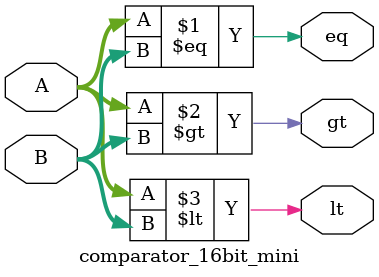
<source format=v>
module comparator_16bit_mini (
    input [15:0] A,        // First 2-bit input operand
    input [15:0] B,        // Second 2-bit input operand
    output gt,     // Output indicating A > B
    output eq,       // Output indicating A == B
    output lt         // Output indicating A < B
);

    // Combinational logic for comparison
    assign eq = (A == B);           // A equals B
    assign gt = (A > B);          // A greater than B
    assign lt = (A < B);             // A less than B

endmodule
</source>
